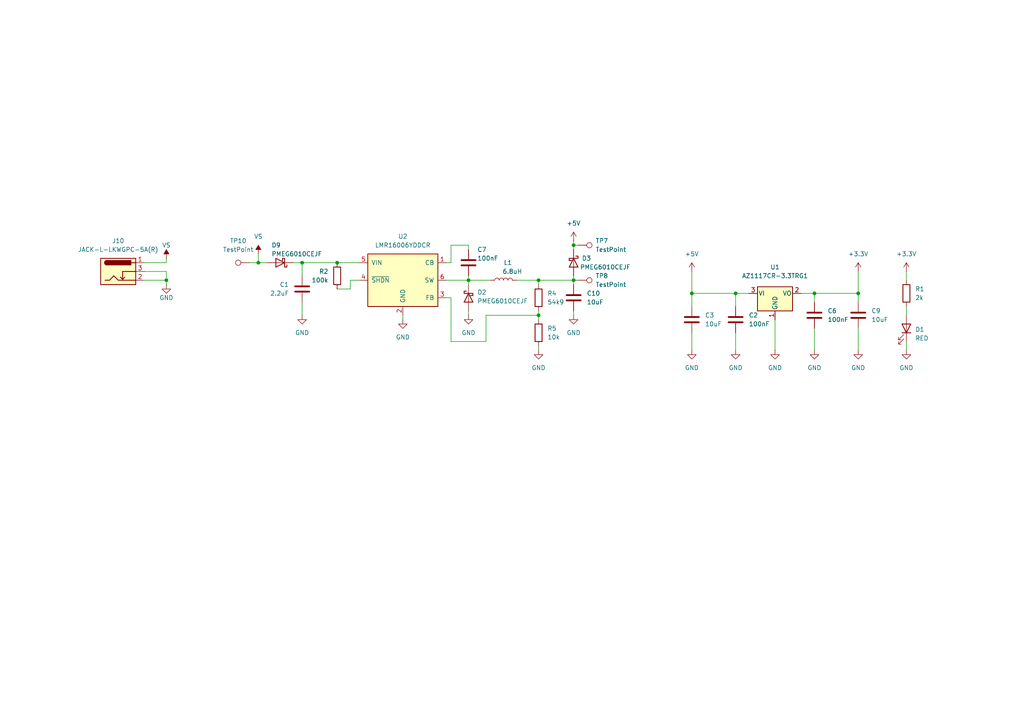
<source format=kicad_sch>
(kicad_sch (version 20250114) (generator "eeschema") (generator_version "9.0")
  (paper "A4")
  (lib_symbols
    (symbol "Connector:Barrel_Jack_Switch" (pin_names (hide yes))
      (property "Reference" "J" (at 0 5.334 0))
      (property "Value" "Barrel_Jack_Switch" (at 0 -5.08 0))
      (symbol "Barrel_Jack_Switch_0_1"
        (rectangle (start -5.08 3.81) (end 5.08 -3.81) (stroke (width 0.254)) (fill (type background)))
        (polyline (pts (xy -3.81 -2.54) (xy -2.54 -2.54) (xy -1.27 -1.27) (xy 0 -2.54) (xy 2.54 -2.54) (xy 5.08 -2.54)) (stroke (width 0.254)))
        (arc (start -3.302 1.905) (mid -3.9343 2.54) (end -3.302 3.175) (stroke (width 0.254)))
        (arc (start -3.302 1.905) (mid -3.9343 2.54) (end -3.302 3.175) (stroke (width 0.254)) (fill (type outline)))
        (polyline (pts (xy 1.27 -2.286) (xy 1.905 -1.651)) (stroke (width 0.254)))
        (rectangle (start 3.683 3.175) (end -3.302 1.905) (stroke (width 0.254)) (fill (type outline)))
        (polyline (pts (xy 5.08 2.54) (xy 3.81 2.54)) (stroke (width 0.254)))
        (polyline (pts (xy 5.08 0) (xy 1.27 0) (xy 1.27 -2.286) (xy 0.635 -1.651)) (stroke (width 0.254)))
      )
      (symbol "Barrel_Jack_Switch_1_1"
        (pin passive line (at 7.62 2.54 180) (length 2.54) (name "~") (number "1"))
        (pin passive line (at 7.62 0 180) (length 2.54) (name "~") (number "3"))
        (pin passive line (at 7.62 -2.54 180) (length 2.54) (name "~") (number "2"))
      )
    )
    (symbol "Connector:TestPoint" (pin_numbers (hide yes)) (pin_names (offset 0.762) (hide yes))
      (property "Reference" "TP" (at 0 6.858 0))
      (property "Value" "TestPoint" (at 0 5.08 0))
      (symbol "TestPoint_0_1"
        (circle (center 0 3.302) (radius 0.762))
      )
      (symbol "TestPoint_1_1"
        (pin passive line (at 0 0 90) (length 2.54) (name "1") (number "1"))
      )
    )
    (symbol "Device:C" (pin_numbers (hide yes)) (pin_names (offset 0.254))
      (property "Reference" "C" (at 0.635 2.54 0))
      (property "Value" "C" (at 0.635 -2.54 0))
      (symbol "C_0_1"
        (polyline (pts (xy -2.032 0.762) (xy 2.032 0.762)) (stroke (width 0.508)))
        (polyline (pts (xy -2.032 -0.762) (xy 2.032 -0.762)) (stroke (width 0.508)))
      )
      (symbol "C_1_1"
        (pin passive line (at 0 3.81 270) (length 2.794) (name "~") (number "1"))
        (pin passive line (at 0 -3.81 90) (length 2.794) (name "~") (number "2"))
      )
    )
    (symbol "Device:D_Schottky" (pin_numbers (hide yes)) (pin_names (offset 1.016) (hide yes))
      (property "Reference" "D" (at 0 2.54 0))
      (property "Value" "D_Schottky" (at 0 -2.54 0))
      (symbol "D_Schottky_0_1"
        (polyline (pts (xy -1.905 0.635) (xy -1.905 1.27) (xy -1.27 1.27) (xy -1.27 -1.27) (xy -0.635 -1.27) (xy -0.635 -0.635)) (stroke (width 0.254)))
        (polyline (pts (xy 1.27 1.27) (xy 1.27 -1.27) (xy -1.27 0) (xy 1.27 1.27)) (stroke (width 0.254)))
        (polyline (pts (xy 1.27 0) (xy -1.27 0)))
      )
      (symbol "D_Schottky_1_1"
        (pin passive line (at -3.81 0 0) (length 2.54) (name "K") (number "1"))
        (pin passive line (at 3.81 0 180) (length 2.54) (name "A") (number "2"))
      )
    )
    (symbol "Device:L" (pin_numbers (hide yes)) (pin_names (offset 1.016) (hide yes))
      (property "Reference" "L" (at -1.27 0 90))
      (property "Value" "L" (at 1.905 0 90))
      (symbol "L_0_1"
        (arc (start 0 2.54) (mid 0.6323 1.905) (end 0 1.27))
        (arc (start 0 1.27) (mid 0.6323 0.635) (end 0 0))
        (arc (start 0 0) (mid 0.6323 -0.635) (end 0 -1.27))
        (arc (start 0 -1.27) (mid 0.6323 -1.905) (end 0 -2.54))
      )
      (symbol "L_1_1"
        (pin passive line (at 0 3.81 270) (length 1.27) (name "1") (number "1"))
        (pin passive line (at 0 -3.81 90) (length 1.27) (name "2") (number "2"))
      )
    )
    (symbol "Device:LED" (pin_numbers (hide yes)) (pin_names (offset 1.016) (hide yes))
      (property "Reference" "D" (at 0 2.54 0))
      (property "Value" "LED" (at 0 -2.54 0))
      (symbol "LED_0_1"
        (polyline (pts (xy -3.048 -0.762) (xy -4.572 -2.286) (xy -3.81 -2.286) (xy -4.572 -2.286) (xy -4.572 -1.524)))
        (polyline (pts (xy -1.778 -0.762) (xy -3.302 -2.286) (xy -2.54 -2.286) (xy -3.302 -2.286) (xy -3.302 -1.524)))
        (polyline (pts (xy -1.27 0) (xy 1.27 0)))
        (polyline (pts (xy -1.27 -1.27) (xy -1.27 1.27)) (stroke (width 0.254)))
        (polyline (pts (xy 1.27 -1.27) (xy 1.27 1.27) (xy -1.27 0) (xy 1.27 -1.27)) (stroke (width 0.254)))
      )
      (symbol "LED_1_1"
        (pin passive line (at -3.81 0 0) (length 2.54) (name "K") (number "1"))
        (pin passive line (at 3.81 0 180) (length 2.54) (name "A") (number "2"))
      )
    )
    (symbol "Device:R" (pin_numbers (hide yes)) (pin_names (offset 0))
      (property "Reference" "R" (at 2.032 0 90))
      (property "Value" "R" (at 0 0 90))
      (symbol "R_0_1"
        (rectangle (start -1.016 -2.54) (end 1.016 2.54) (stroke (width 0.254)))
      )
      (symbol "R_1_1"
        (pin passive line (at 0 3.81 270) (length 1.27) (name "~") (number "1"))
        (pin passive line (at 0 -3.81 90) (length 1.27) (name "~") (number "2"))
      )
    )
    (symbol "Regulator_Linear:LM1117-3.3" (pin_names (offset 0.254))
      (property "Reference" "U" (at -3.81 3.175 0))
      (property "Value" "LM1117-3.3" (at 0 3.175 0))
      (symbol "LM1117-3.3_0_1"
        (rectangle (start -5.08 -5.08) (end 5.08 1.905) (stroke (width 0.254)) (fill (type background)))
      )
      (symbol "LM1117-3.3_1_1"
        (pin power_in line (at -7.62 0 0) (length 2.54) (name "VI") (number "3"))
        (pin power_in line (at 0 -7.62 90) (length 2.54) (name "GND") (number "1"))
        (pin power_out line (at 7.62 0 180) (length 2.54) (name "VO") (number "2"))
      )
    )
    (symbol "Regulator_Switching:LMR16006YQ" (pin_names (offset 1.016))
      (property "Reference" "U" (at -10.16 11.43 0))
      (property "Value" "LMR16006YQ" (at -10.16 8.89 0))
      (symbol "LMR16006YQ_0_1"
        (rectangle (start -10.16 7.62) (end 10.16 -7.62) (stroke (width 0.254)) (fill (type background)))
      )
      (symbol "LMR16006YQ_1_1"
        (pin power_in line (at -12.7 5.08 0) (length 2.54) (name "VIN") (number "5"))
        (pin input line (at -12.7 0 0) (length 2.54) (name "~{SHDN}") (number "4"))
        (pin power_in line (at 0 -10.16 90) (length 2.54) (name "GND") (number "2"))
        (pin input line (at 12.7 5.08 180) (length 2.54) (name "CB") (number "1"))
        (pin output line (at 12.7 0 180) (length 2.54) (name "SW") (number "6"))
        (pin input line (at 12.7 -5.08 180) (length 2.54) (name "FB") (number "3"))
      )
    )
    (symbol "power:+3.3V" (power) (pin_numbers (hide yes)) (pin_names (offset 0) (hide yes))
      (property "Value" "+3.3V" (at 0 3.556 0))
      (symbol "+3.3V_0_1"
        (polyline (pts (xy -0.762 1.27) (xy 0 2.54)))
        (polyline (pts (xy 0 2.54) (xy 0.762 1.27)))
        (polyline (pts (xy 0 0) (xy 0 2.54)))
      )
      (symbol "+3.3V_1_1"
        (pin power_in line (at 0 0 90) (length 0) (name "~") (number "1"))
      )
    )
    (symbol "power:+5V" (power) (pin_numbers (hide yes)) (pin_names (offset 0) (hide yes))
      (property "Value" "+5V" (at 0 3.556 0))
      (symbol "+5V_0_1"
        (polyline (pts (xy -0.762 1.27) (xy 0 2.54)))
        (polyline (pts (xy 0 2.54) (xy 0.762 1.27)))
        (polyline (pts (xy 0 0) (xy 0 2.54)))
      )
      (symbol "+5V_1_1"
        (pin power_in line (at 0 0 90) (length 0) (name "~") (number "1"))
      )
    )
    (symbol "power:GND" (power) (pin_numbers (hide yes)) (pin_names (offset 0) (hide yes))
      (property "Value" "GND" (at 0 -3.81 0))
      (symbol "GND_0_1"
        (polyline (pts (xy 0 0) (xy 0 -1.27) (xy 1.27 -1.27) (xy 0 -2.54) (xy -1.27 -1.27) (xy 0 -1.27)))
      )
      (symbol "GND_1_1"
        (pin power_in line (at 0 0 270) (length 0) (name "~") (number "1"))
      )
    )
    (symbol "power:VS" (power) (pin_numbers (hide yes)) (pin_names (offset 0) (hide yes))
      (property "Value" "VS" (at 0 3.556 0))
      (symbol "VS_0_1"
        (polyline (pts (xy 0 0) (xy 0 2.54)))
        (polyline (pts (xy 0.762 1.27) (xy -0.762 1.27) (xy 0 2.54) (xy 0.762 1.27)) (fill (type outline)))
      )
      (symbol "VS_1_1"
        (pin power_in line (at 0 0 90) (length 0) (name "~") (number "1"))
      )
    )
  )
  (junction (at 156.21 81.28))
  (junction (at 135.89 81.28))
  (junction (at 87.63 76.2))
  (junction (at 48.26 81.28))
  (junction (at 166.37 81.28))
  (junction (at 200.66 85.09))
  (junction (at 97.79 76.2))
  (junction (at 213.36 85.09))
  (junction (at 74.93 76.2))
  (junction (at 236.22 85.09))
  (junction (at 166.37 71.12))
  (junction (at 248.92 85.09))
  (junction (at 156.21 91.44))
  (wire (pts (xy 248.92 85.09) (xy 248.92 87.63)))
  (wire (pts (xy 140.97 91.44) (xy 156.21 91.44)))
  (wire (pts (xy 48.26 81.28) (xy 48.26 82.55)))
  (wire (pts (xy 97.79 83.82) (xy 101.6 83.82)))
  (wire (pts (xy 236.22 85.09) (xy 248.92 85.09)))
  (wire (pts (xy 135.89 71.12) (xy 135.89 72.39)))
  (wire (pts (xy 166.37 71.12) (xy 166.37 72.39)))
  (wire (pts (xy 200.66 96.52) (xy 200.66 101.6)))
  (wire (pts (xy 213.36 96.52) (xy 213.36 101.6)))
  (wire (pts (xy 101.6 81.28) (xy 104.14 81.28)))
  (wire (pts (xy 213.36 85.09) (xy 213.36 88.9)))
  (wire (pts (xy 87.63 87.63) (xy 87.63 91.44)))
  (wire (pts (xy 213.36 85.09) (xy 217.17 85.09)))
  (wire (pts (xy 166.37 81.28) (xy 166.37 82.55)))
  (wire (pts (xy 48.26 78.74) (xy 48.26 81.28)))
  (wire (pts (xy 232.41 85.09) (xy 236.22 85.09)))
  (wire (pts (xy 166.37 80.01) (xy 166.37 81.28)))
  (wire (pts (xy 140.97 99.06) (xy 140.97 91.44)))
  (wire (pts (xy 248.92 78.74) (xy 248.92 85.09)))
  (wire (pts (xy 97.79 76.2) (xy 104.14 76.2)))
  (wire (pts (xy 74.93 76.2) (xy 77.47 76.2)))
  (wire (pts (xy 130.81 71.12) (xy 135.89 71.12)))
  (wire (pts (xy 200.66 78.74) (xy 200.66 85.09)))
  (wire (pts (xy 116.84 91.44) (xy 116.84 92.71)))
  (wire (pts (xy 87.63 76.2) (xy 87.63 80.01)))
  (wire (pts (xy 85.09 76.2) (xy 87.63 76.2)))
  (wire (pts (xy 200.66 85.09) (xy 200.66 88.9)))
  (wire (pts (xy 129.54 81.28) (xy 135.89 81.28)))
  (wire (pts (xy 135.89 82.55) (xy 135.89 81.28)))
  (wire (pts (xy 200.66 85.09) (xy 213.36 85.09)))
  (wire (pts (xy 224.79 92.71) (xy 224.79 101.6)))
  (wire (pts (xy 97.79 76.2) (xy 87.63 76.2)))
  (wire (pts (xy 236.22 95.25) (xy 236.22 101.6)))
  (wire (pts (xy 41.91 81.28) (xy 48.26 81.28)))
  (wire (pts (xy 166.37 81.28) (xy 167.64 81.28)))
  (wire (pts (xy 130.81 86.36) (xy 130.81 99.06)))
  (wire (pts (xy 72.39 76.2) (xy 74.93 76.2)))
  (wire (pts (xy 101.6 83.82) (xy 101.6 81.28)))
  (wire (pts (xy 41.91 78.74) (xy 48.26 78.74)))
  (wire (pts (xy 135.89 81.28) (xy 142.24 81.28)))
  (wire (pts (xy 156.21 81.28) (xy 156.21 82.55)))
  (wire (pts (xy 48.26 74.93) (xy 48.26 76.2)))
  (wire (pts (xy 129.54 86.36) (xy 130.81 86.36)))
  (wire (pts (xy 74.93 76.2) (xy 74.93 73.66)))
  (wire (pts (xy 156.21 100.33) (xy 156.21 101.6)))
  (wire (pts (xy 156.21 92.71) (xy 156.21 91.44)))
  (wire (pts (xy 41.91 76.2) (xy 48.26 76.2)))
  (wire (pts (xy 166.37 69.85) (xy 166.37 71.12)))
  (wire (pts (xy 166.37 90.17) (xy 166.37 91.44)))
  (wire (pts (xy 248.92 95.25) (xy 248.92 101.6)))
  (wire (pts (xy 262.89 88.9) (xy 262.89 91.44)))
  (wire (pts (xy 236.22 85.09) (xy 236.22 87.63)))
  (wire (pts (xy 156.21 91.44) (xy 156.21 90.17)))
  (wire (pts (xy 149.86 81.28) (xy 156.21 81.28)))
  (wire (pts (xy 130.81 71.12) (xy 130.81 76.2)))
  (wire (pts (xy 135.89 80.01) (xy 135.89 81.28)))
  (wire (pts (xy 262.89 99.06) (xy 262.89 101.6)))
  (wire (pts (xy 135.89 91.44) (xy 135.89 90.17)))
  (wire (pts (xy 262.89 78.74) (xy 262.89 81.28)))
  (wire (pts (xy 129.54 76.2) (xy 130.81 76.2)))
  (wire (pts (xy 156.21 81.28) (xy 166.37 81.28)))
  (wire (pts (xy 130.81 99.06) (xy 140.97 99.06)))
  (wire (pts (xy 167.64 71.12) (xy 166.37 71.12)))
  (symbol (lib_id "power:+3.3V") (at 248.92 78.74 0) (unit 1)
    (property "Reference" "#PWR0173" (effects (hide yes)))
    (property "Value" "+3.3V" (at 248.92 73.66 0))
    (property "Description" "Power symbol creates a global label with name \"+3.3V\"" (effects (hide yes)))
  )
  (symbol (lib_id "Device:C") (at 236.22 91.44 0) (unit 1)
    (property "Reference" "C6" (at 240.03 90.1699 0) (effects (justify left)))
    (property "Value" "100nF" (at 240.03 92.7099 0) (effects (justify left)))
    (property "Footprint" "Capacitor_SMD:C_0402_1005Metric" (effects (hide yes)))
    (property "Description" "CAP CER 0.1UF 25V X7R 0402" (effects (hide yes)))
  )
  (symbol (lib_id "power:GND") (at 248.92 101.6 0) (unit 1)
    (property "Reference" "#PWR0168" (effects (hide yes)))
    (property "Value" "GND" (at 248.92 106.68 0))
    (property "Description" "Power symbol creates a global label with name \"GND\" , ground" (effects (hide yes)))
  )
  (symbol (lib_id "Device:R") (at 97.79 80.01 0) (mirror x) (unit 1)
    (property "Reference" "R2" (at 95.25 78.7399 0) (effects (justify right)))
    (property "Value" "100k" (at 95.25 81.2799 0) (effects (justify right)))
    (property "Footprint" "Resistor_SMD:R_0402_1005Metric" (effects (hide yes)))
    (property "Description" "RES 100K OHM 1% 1/16W 0402" (effects (hide yes)))
  )
  (symbol (lib_id "Regulator_Switching:LMR16006YQ") (at 116.84 81.28 0) (unit 1)
    (property "Reference" "U2" (at 116.84 68.58 0))
    (property "Value" "LMR16006YDDCR" (at 116.84 71.12 0))
    (property "Footprint" "Package_TO_SOT_SMD:SOT-23-6" (effects (hide yes)))
    (property "Datasheet" "http://www.ti.com/lit/ds/symlink/lmr16006y-q1.pdf" (effects (hide yes)))
    (property "Description" "Simple Switcher Buck Regulator, Vin=4-40V, Iout=600mA, Adjustable output voltage, SOT-23-6 package" (effects (hide yes)))
  )
  (symbol (lib_id "Device:LED") (at 262.89 95.25 270) (mirror x) (unit 1)
    (property "Reference" "D1" (at 265.43 95.5674 90) (effects (justify left)))
    (property "Value" "RED" (at 265.43 98.1074 90) (effects (justify left)))
    (property "Footprint" "LED_SMD:LED_0603_1608Metric" (effects (hide yes)))
    (property "Description" "150060RS55040" (effects (hide yes)))
    (property "Sim.Pins" "1=K 2=A" (effects (hide yes)))
  )
  (symbol (lib_id "power:GND") (at 48.26 82.55 0) (unit 1)
    (property "Reference" "#PWR0158" (effects (hide yes)))
    (property "Value" "GND" (at 48.26 86.36 0))
    (property "Description" "Power symbol creates a global label with name \"GND\" , ground" (effects (hide yes)))
  )
  (symbol (lib_id "power:VS") (at 48.26 74.93 0) (unit 1)
    (property "Reference" "#PWR0159" (effects (hide yes)))
    (property "Value" "VS" (at 48.26 71.12 0))
    (property "Description" "Power symbol creates a global label with name \"VS\"" (effects (hide yes)))
  )
  (symbol (lib_id "Device:C") (at 135.89 76.2 0) (unit 1)
    (property "Reference" "C7" (at 138.43 72.39 0) (effects (justify left)))
    (property "Value" "100nF" (at 138.43 74.93 0) (effects (justify left)))
    (property "Footprint" "Capacitor_SMD:C_0805_2012Metric" (effects (hide yes)))
    (property "Description" "CAP CER 0.1UF 100V X7R 0805" (effects (hide yes)))
  )
  (symbol (lib_id "Device:C") (at 248.92 91.44 0) (unit 1)
    (property "Reference" "C9" (at 252.73 90.1699 0) (effects (justify left)))
    (property "Value" "10uF" (at 252.73 92.7099 0) (effects (justify left)))
    (property "Footprint" "Capacitor_SMD:C_1206_3216Metric" (effects (hide yes)))
    (property "Description" "CAP CER 10UF 25V X7R 1206" (effects (hide yes)))
  )
  (symbol (lib_id "Connector:TestPoint") (at 167.64 81.28 270) (unit 1)
    (property "Reference" "TP8" (at 172.72 80.0099 90) (effects (justify left)))
    (property "Value" "TestPoint" (at 172.72 82.5499 90) (effects (justify left)))
    (property "Footprint" "TestPoint:TestPoint_Pad_D1.5mm" (effects (hide yes)))
    (property "Description" "test point" (effects (hide yes)))
  )
  (symbol (lib_id "Connector:TestPoint") (at 72.39 76.2 90) (unit 1)
    (property "Reference" "TP10" (at 69.088 69.85 90))
    (property "Value" "TestPoint" (at 69.088 72.39 90))
    (property "Footprint" "TestPoint:TestPoint_Pad_D1.5mm" (effects (hide yes)))
    (property "Description" "test point" (effects (hide yes)))
  )
  (symbol (lib_id "power:GND") (at 224.79 101.6 0) (unit 1)
    (property "Reference" "#PWR0175" (effects (hide yes)))
    (property "Value" "GND" (at 224.79 106.68 0))
    (property "Description" "Power symbol creates a global label with name \"GND\" , ground" (effects (hide yes)))
  )
  (symbol (lib_id "Device:D_Schottky") (at 166.37 76.2 270) (unit 1)
    (property "Reference" "D3" (at 171.45 74.93 90) (effects (justify right)))
    (property "Value" "PMEG6010CEJF" (at 182.88 77.47 90) (effects (justify right)))
    (property "Footprint" "Diode_SMD:D_SOD-323F" (effects (hide yes)))
    (property "Description" "DIODE SCHOTTKY 60V 1A SOD323F" (effects (hide yes)))
  )
  (symbol (lib_id "power:GND") (at 156.21 101.6 0) (unit 1)
    (property "Reference" "#PWR0163" (effects (hide yes)))
    (property "Value" "GND" (at 156.21 106.68 0))
    (property "Description" "Power symbol creates a global label with name \"GND\" , ground" (effects (hide yes)))
  )
  (symbol (lib_id "Device:D_Schottky") (at 81.28 76.2 180) (unit 1)
    (property "Reference" "D9" (at 78.74 71.12 0) (effects (justify right)))
    (property "Value" "PMEG6010CEJF" (at 78.74 73.66 0) (effects (justify right)))
    (property "Footprint" "Diode_SMD:D_SOD-323F" (effects (hide yes)))
    (property "Description" "DIODE SCHOTTKY 60V 1A SOD323F" (effects (hide yes)))
  )
  (symbol (lib_id "Device:C") (at 200.66 92.71 0) (mirror y) (unit 1)
    (property "Reference" "C3" (at 204.47 91.4399 0) (effects (justify right)))
    (property "Value" "10uF" (at 204.47 93.9799 0) (effects (justify right)))
    (property "Footprint" "Capacitor_SMD:C_1206_3216Metric" (effects (hide yes)))
    (property "Description" "CAP CER 10UF 25V X7R 1206" (effects (hide yes)))
  )
  (symbol (lib_id "Device:L") (at 146.05 81.28 90) (unit 1)
    (property "Reference" "L1" (at 147.32 76.2 90))
    (property "Value" "6.8uH" (at 148.59 78.74 90))
    (property "Footprint" "extra:HPC4018NF-Series" (effects (hide yes)))
    (property "Datasheet" "https://www.tai-tech.com.tw/pdf/263710/HPC4018NF-SERIES.pdf" (effects (hide yes)))
    (property "Description" "HPC 4018NF-6R8M" (effects (hide yes)))
  )
  (symbol (lib_id "power:GND") (at 262.89 101.6 0) (unit 1)
    (property "Reference" "#PWR0169" (effects (hide yes)))
    (property "Value" "GND" (at 262.89 106.68 0))
    (property "Description" "Power symbol creates a global label with name \"GND\" , ground" (effects (hide yes)))
  )
  (symbol (lib_id "Device:C") (at 213.36 92.71 0) (mirror y) (unit 1)
    (property "Reference" "C2" (at 217.17 91.4399 0) (effects (justify right)))
    (property "Value" "100nF" (at 217.17 93.9799 0) (effects (justify right)))
    (property "Footprint" "Capacitor_SMD:C_0402_1005Metric" (effects (hide yes)))
    (property "Description" "CAP CER 0.1UF 25V X7R 0402" (effects (hide yes)))
  )
  (symbol (lib_id "power:GND") (at 87.63 91.44 0) (unit 1)
    (property "Reference" "#PWR0161" (effects (hide yes)))
    (property "Value" "GND" (at 87.63 96.52 0))
    (property "Description" "Power symbol creates a global label with name \"GND\" , ground" (effects (hide yes)))
  )
  (symbol (lib_id "power:+3.3V") (at 262.89 78.74 0) (unit 1)
    (property "Reference" "#PWR0172" (effects (hide yes)))
    (property "Value" "+3.3V" (at 262.89 73.66 0))
    (property "Description" "Power symbol creates a global label with name \"+3.3V\"" (effects (hide yes)))
  )
  (symbol (lib_id "Regulator_Linear:LM1117-3.3") (at 224.79 85.09 0) (unit 1)
    (property "Reference" "U1" (at 224.79 77.47 0))
    (property "Value" "AZ1117CR-3.3TRG1" (at 224.79 80.01 0))
    (property "Footprint" "Package_TO_SOT_SMD:SOT-89-3" (effects (hide yes)))
    (property "Description" "AZ1117CR-3.3TRG1" (effects (hide yes)))
  )
  (symbol (lib_id "Device:C") (at 166.37 86.36 0) (unit 1)
    (property "Reference" "C10" (at 170.18 85.0899 0) (effects (justify left)))
    (property "Value" "10uF" (at 170.18 87.6299 0) (effects (justify left)))
    (property "Footprint" "Capacitor_SMD:C_1206_3216Metric" (effects (hide yes)))
    (property "Description" "CAP CER 10UF 25V X7R 1206" (effects (hide yes)))
  )
  (symbol (lib_id "power:VS") (at 74.93 73.66 0) (unit 1)
    (property "Reference" "#PWR0160" (effects (hide yes)))
    (property "Value" "VS" (at 74.93 68.58 0))
    (property "Description" "Power symbol creates a global label with name \"VS\"" (effects (hide yes)))
  )
  (symbol (lib_id "power:GND") (at 135.89 91.44 0) (unit 1)
    (property "Reference" "#PWR0165" (effects (hide yes)))
    (property "Value" "GND" (at 135.89 96.52 0))
    (property "Description" "Power symbol creates a global label with name \"GND\" , ground" (effects (hide yes)))
  )
  (symbol (lib_id "power:+5V") (at 166.37 69.85 0) (mirror y) (unit 1)
    (property "Reference" "#PWR0164" (effects (hide yes)))
    (property "Value" "+5V" (at 166.37 64.77 0))
    (property "Description" "Power symbol creates a global label with name \"+5V\"" (effects (hide yes)))
  )
  (symbol (lib_id "power:GND") (at 236.22 101.6 0) (unit 1)
    (property "Reference" "#PWR0174" (effects (hide yes)))
    (property "Value" "GND" (at 236.22 106.68 0))
    (property "Description" "Power symbol creates a global label with name \"GND\" , ground" (effects (hide yes)))
  )
  (symbol (lib_id "Device:R") (at 262.89 85.09 180) (unit 1)
    (property "Reference" "R1" (at 265.43 83.8199 0) (effects (justify right)))
    (property "Value" "2k" (at 265.43 86.3599 0) (effects (justify right)))
    (property "Footprint" "Resistor_SMD:R_0603_1608Metric" (effects (hide yes)))
    (property "Description" "RES 2K OHM 1% 1/10W 0603" (effects (hide yes)))
  )
  (symbol (lib_id "Connector:TestPoint") (at 167.64 71.12 270) (unit 1)
    (property "Reference" "TP7" (at 172.72 69.8499 90) (effects (justify left)))
    (property "Value" "TestPoint" (at 172.72 72.3899 90) (effects (justify left)))
    (property "Footprint" "TestPoint:TestPoint_Pad_D1.5mm" (effects (hide yes)))
    (property "Description" "test point" (effects (hide yes)))
  )
  (symbol (lib_id "Device:R") (at 156.21 96.52 180) (unit 1)
    (property "Reference" "R5" (at 158.75 95.2499 0) (effects (justify right)))
    (property "Value" "10k" (at 158.75 97.7899 0) (effects (justify right)))
    (property "Footprint" "Resistor_SMD:R_0402_1005Metric" (effects (hide yes)))
    (property "Description" "RES SMD 10K OHM 1% 1/16W 0402" (effects (hide yes)))
  )
  (symbol (lib_id "Device:C") (at 87.63 83.82 0) (mirror y) (unit 1)
    (property "Reference" "C1" (at 83.82 82.5499 0) (effects (justify left)))
    (property "Value" "2.2uF" (at 83.82 85.0899 0) (effects (justify left)))
    (property "Footprint" "Capacitor_SMD:C_1210_3225Metric" (effects (hide yes)))
    (property "Description" "CAP CER 2.2UF 100V X7R 1210" (effects (hide yes)))
  )
  (symbol (lib_id "power:GND") (at 200.66 101.6 0) (unit 1)
    (property "Reference" "#PWR0171" (effects (hide yes)))
    (property "Value" "GND" (at 200.66 106.68 0))
    (property "Description" "Power symbol creates a global label with name \"GND\" , ground" (effects (hide yes)))
  )
  (symbol (lib_id "power:+5V") (at 200.66 78.74 0) (mirror y) (unit 1)
    (property "Reference" "#PWR0167" (effects (hide yes)))
    (property "Value" "+5V" (at 200.66 73.66 0))
    (property "Description" "Power symbol creates a global label with name \"+5V\"" (effects (hide yes)))
  )
  (symbol (lib_id "power:GND") (at 116.84 92.71 0) (unit 1)
    (property "Reference" "#PWR0166" (effects (hide yes)))
    (property "Value" "GND" (at 116.84 97.79 0))
    (property "Description" "Power symbol creates a global label with name \"GND\" , ground" (effects (hide yes)))
  )
  (symbol (lib_id "power:GND") (at 213.36 101.6 0) (unit 1)
    (property "Reference" "#PWR0170" (effects (hide yes)))
    (property "Value" "GND" (at 213.36 106.68 0))
    (property "Description" "Power symbol creates a global label with name \"GND\" , ground" (effects (hide yes)))
  )
  (symbol (lib_id "power:GND") (at 166.37 91.44 0) (unit 1)
    (property "Reference" "#PWR0162" (effects (hide yes)))
    (property "Value" "GND" (at 166.37 96.52 0))
    (property "Description" "Power symbol creates a global label with name \"GND\" , ground" (effects (hide yes)))
  )
  (symbol (lib_id "Connector:Barrel_Jack_Switch") (at 34.29 78.74 0) (unit 1)
    (property "Reference" "J10" (at 34.29 69.85 0))
    (property "Value" "JACK-L-LKWGPC-5A(R)" (at 34.29 72.39 0))
    (property "Footprint" "extra:JACK-L-LKWGPC-5A-R" (effects (hide yes)))
    (property "Datasheet" "https://spec.globtek.info/spec/pdf/JACK-L-LKWGPC-5A(R)" (effects (hide yes)))
    (property "Description" "DC Barrel Jack with an internal switch" (effects (hide yes)))
  )
  (symbol (lib_id "Device:D_Schottky") (at 135.89 86.36 90) (mirror x) (unit 1)
    (property "Reference" "D2" (at 138.43 84.7724 90) (effects (justify right)))
    (property "Value" "PMEG6010CEJF" (at 138.43 87.3124 90) (effects (justify right)))
    (property "Footprint" "Diode_SMD:D_SOD-323F" (effects (hide yes)))
    (property "Description" "DIODE SCHOTTKY 60V 1A SOD323F" (effects (hide yes)))
  )
  (symbol (lib_id "Device:R") (at 156.21 86.36 180) (unit 1)
    (property "Reference" "R4" (at 158.75 85.0899 0) (effects (justify right)))
    (property "Value" "54k9" (at 158.75 87.6299 0) (effects (justify right)))
    (property "Footprint" "Resistor_SMD:R_0402_1005Metric" (effects (hide yes)))
    (property "Description" "RES 54.9K OHM 1% 1/16W 0402" (effects (hide yes)))
  )
)
</source>
